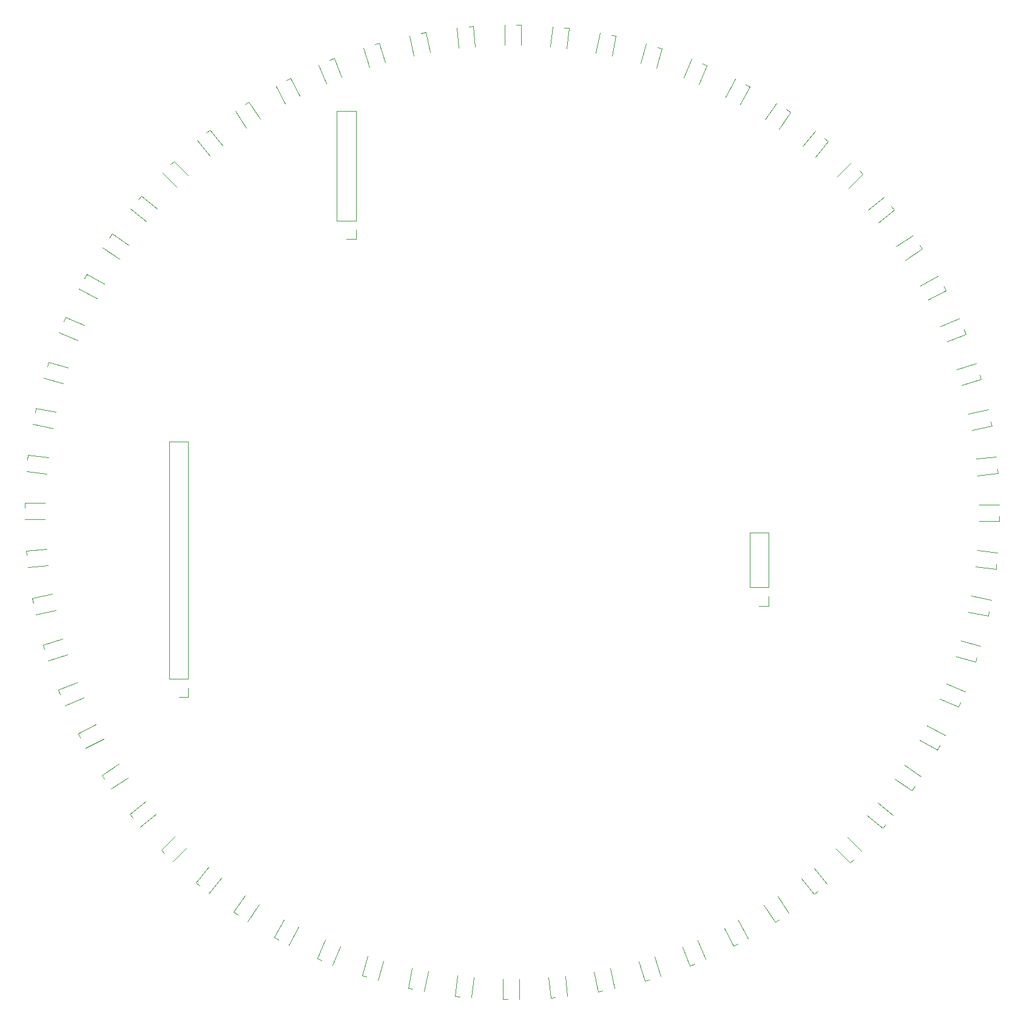
<source format=gbr>
%TF.GenerationSoftware,KiCad,Pcbnew,7.0.11*%
%TF.CreationDate,2025-03-06T22:48:18+09:00*%
%TF.ProjectId,IO,494f2e6b-6963-4616-945f-706362585858,rev?*%
%TF.SameCoordinates,Original*%
%TF.FileFunction,Legend,Top*%
%TF.FilePolarity,Positive*%
%FSLAX46Y46*%
G04 Gerber Fmt 4.6, Leading zero omitted, Abs format (unit mm)*
G04 Created by KiCad (PCBNEW 7.0.11) date 2025-03-06 22:48:18*
%MOMM*%
%LPD*%
G01*
G04 APERTURE LIST*
%ADD10C,0.120000*%
G04 APERTURE END LIST*
D10*
%TO.C,D23*%
X76840896Y-75043494D02*
X76714087Y-75681004D01*
X76840896Y-75043494D02*
X79626326Y-75597550D01*
X76392188Y-77299300D02*
X79177618Y-77853356D01*
%TO.C,D42*%
X208714775Y-71031097D02*
X208526090Y-70409086D01*
X208714775Y-71031097D02*
X205997064Y-71855506D01*
X208047120Y-68830134D02*
X205329409Y-69654543D01*
%TO.C,D40*%
X118433317Y-26249839D02*
X117832795Y-26498583D01*
X118433317Y-26249839D02*
X119520138Y-28873657D01*
X116308394Y-27130011D02*
X117395215Y-29753829D01*
%TO.C,J3*%
X179110000Y-102690000D02*
X177780000Y-102690000D01*
X179110000Y-101360000D02*
X179110000Y-102690000D01*
X179110000Y-100090000D02*
X179110000Y-92410000D01*
X179110000Y-100090000D02*
X176450000Y-100090000D01*
X179110000Y-92410000D02*
X176450000Y-92410000D01*
X176450000Y-100090000D02*
X176450000Y-92410000D01*
%TO.C,D59*%
X195034706Y-133669793D02*
X195447061Y-133167337D01*
X195034706Y-133669793D02*
X192839356Y-131868117D01*
X196493810Y-131891869D02*
X194298460Y-130090193D01*
%TO.C,D24*%
X106560787Y-32313621D02*
X106020332Y-32674742D01*
X106560787Y-32313621D02*
X108138607Y-34674995D01*
X104648407Y-33591433D02*
X106226227Y-35952807D01*
%TO.C,D61*%
X99164207Y-141307983D02*
X99666663Y-141720338D01*
X99164207Y-141307983D02*
X100965883Y-139112633D01*
X100942131Y-142767087D02*
X102743807Y-140571737D01*
%TO.C,D63*%
X91526019Y-45437487D02*
X91113664Y-45939943D01*
X91526019Y-45437487D02*
X93721369Y-47239163D01*
X90066915Y-47215411D02*
X92262265Y-49017087D01*
%TO.C,D6*%
X94303826Y-136734632D02*
X94763445Y-137194251D01*
X94303826Y-136734632D02*
X96312009Y-134726449D01*
X95930171Y-138360977D02*
X97938354Y-136352794D01*
%TO.C,D58*%
X211071040Y-84152624D02*
X211007329Y-83505754D01*
X211071040Y-84152624D02*
X208244715Y-84430993D01*
X210845601Y-81863699D02*
X208019276Y-82142068D01*
%TO.C,D52*%
X155300017Y-156488497D02*
X155937528Y-156361688D01*
X155300017Y-156488497D02*
X154745961Y-153703067D01*
X157555823Y-156039789D02*
X157001767Y-153254359D01*
%TO.C,D64*%
X137879346Y-21762963D02*
X137232476Y-21826674D01*
X137879346Y-21762963D02*
X138157715Y-24589288D01*
X135590421Y-21988402D02*
X135868790Y-24814727D01*
%TO.C,D49*%
X182111270Y-33724369D02*
X181570815Y-33363248D01*
X182111270Y-33724369D02*
X180533450Y-36085743D01*
X180198890Y-32446557D02*
X178621070Y-34807931D01*
%TO.C,D9*%
X151208429Y-22011854D02*
X150561559Y-21948143D01*
X151208429Y-22011854D02*
X150930060Y-24838179D01*
X148919504Y-21786415D02*
X148641135Y-24612740D01*
%TO.C,D11*%
X210822148Y-97481709D02*
X210885859Y-96834839D01*
X210822148Y-97481709D02*
X207995823Y-97203340D01*
X211047587Y-95192784D02*
X208221262Y-94914415D01*
%TO.C,D1*%
X144550000Y-21560000D02*
X143900000Y-21560000D01*
X144550000Y-21560000D02*
X144550000Y-24400000D01*
X142250000Y-21560000D02*
X142250000Y-24400000D01*
%TO.C,D44*%
X161802903Y-154988055D02*
X162424914Y-154799370D01*
X161802903Y-154988055D02*
X160978494Y-152270344D01*
X164003866Y-154320400D02*
X163179457Y-151602689D01*
%TO.C,D39*%
X80948301Y-62360605D02*
X80699557Y-62961127D01*
X80948301Y-62360605D02*
X83572119Y-63447426D01*
X80068129Y-64485528D02*
X82691947Y-65572349D01*
%TO.C,D41*%
X176452063Y-30187107D02*
X175878814Y-29880699D01*
X176452063Y-30187107D02*
X175113296Y-32691763D01*
X174423644Y-29102895D02*
X173084877Y-31607551D01*
%TO.C,D56*%
X131260705Y-22618786D02*
X130623194Y-22745595D01*
X131260705Y-22618786D02*
X131814761Y-25404216D01*
X129004899Y-23067494D02*
X129558955Y-25852924D01*
%TO.C,D18*%
X200520380Y-52834064D02*
X200159259Y-52293609D01*
X200520380Y-52834064D02*
X198159006Y-54411884D01*
X199242568Y-50921684D02*
X196881194Y-52499504D01*
%TO.C,D20*%
X179999937Y-146793661D02*
X180540392Y-146432540D01*
X179999937Y-146793661D02*
X178422117Y-144432287D01*
X181912317Y-145515849D02*
X180334497Y-143154475D01*
%TO.C,D28*%
X174212619Y-150117182D02*
X174785868Y-149810775D01*
X174212619Y-150117182D02*
X172873852Y-147612526D01*
X176241038Y-149032970D02*
X174902271Y-146528314D01*
%TO.C,D38*%
X79976559Y-114400684D02*
X80225303Y-115001206D01*
X79976559Y-114400684D02*
X82600377Y-113313863D01*
X80856731Y-116525607D02*
X83480549Y-115438786D01*
%TO.C,J1*%
X98110000Y-115400000D02*
X96780000Y-115400000D01*
X98110000Y-114070000D02*
X98110000Y-115400000D01*
X98110000Y-112800000D02*
X98110000Y-79720000D01*
X98110000Y-112800000D02*
X95450000Y-112800000D01*
X98110000Y-79720000D02*
X95450000Y-79720000D01*
X95450000Y-112800000D02*
X95450000Y-79720000D01*
%TO.C,D51*%
X199109633Y-128384550D02*
X199470754Y-127844095D01*
X199109633Y-128384550D02*
X196748259Y-126806730D01*
X200387445Y-126472170D02*
X198026071Y-124894350D01*
%TO.C,D50*%
X210215217Y-77533983D02*
X210088408Y-76896472D01*
X210215217Y-77533983D02*
X207429787Y-78088039D01*
X209766509Y-75278177D02*
X206981079Y-75832233D01*
%TO.C,D25*%
X164232842Y-24856340D02*
X163610830Y-24667655D01*
X164232842Y-24856340D02*
X163408433Y-27574051D01*
X162031879Y-24188685D02*
X161207470Y-26906396D01*
%TO.C,D57*%
X187396513Y-37799296D02*
X186894057Y-37386941D01*
X187396513Y-37799296D02*
X185594837Y-39994646D01*
X185618589Y-36340192D02*
X183816913Y-38535542D01*
%TO.C,D62*%
X75489683Y-94954655D02*
X75553394Y-95601525D01*
X75489683Y-94954655D02*
X78316008Y-94676286D01*
X75715122Y-97243580D02*
X78541447Y-96965211D01*
%TO.C,D34*%
X206584163Y-64706594D02*
X206335419Y-64106072D01*
X206584163Y-64706594D02*
X203960345Y-65793415D01*
X205703991Y-62581671D02*
X203080173Y-63668492D01*
%TO.C,D60*%
X148681376Y-157344320D02*
X149328246Y-157280609D01*
X148681376Y-157344320D02*
X148403007Y-154517995D01*
X150970301Y-157118881D02*
X150691932Y-154292556D01*
%TO.C,D35*%
X205612424Y-116746674D02*
X205861168Y-116146152D01*
X205612424Y-116746674D02*
X202988606Y-115659853D01*
X206492596Y-114621751D02*
X203868778Y-113534930D01*
%TO.C,D36*%
X168127406Y-152857444D02*
X168727928Y-152608700D01*
X168127406Y-152857444D02*
X167040585Y-150233626D01*
X170252329Y-151977272D02*
X169165508Y-149353454D01*
%TO.C,D15*%
X75738576Y-81625570D02*
X75674865Y-82272440D01*
X75738576Y-81625570D02*
X78564901Y-81903939D01*
X75513137Y-83914495D02*
X78339462Y-84192864D01*
%TO.C,D7*%
X75286722Y-88283999D02*
X75286722Y-88933999D01*
X75286722Y-88283999D02*
X78126722Y-88283999D01*
X75286722Y-90583999D02*
X78126722Y-90583999D01*
%TO.C,D45*%
X110108657Y-148920173D02*
X110681906Y-149226581D01*
X110108657Y-148920173D02*
X111447424Y-146415517D01*
X112137076Y-150004385D02*
X113475843Y-147499729D01*
%TO.C,J5*%
X121500000Y-51490000D02*
X120170000Y-51490000D01*
X121500000Y-50160000D02*
X121500000Y-51490000D01*
X121500000Y-48890000D02*
X121500000Y-33590000D01*
X121500000Y-48890000D02*
X118840000Y-48890000D01*
X121500000Y-33590000D02*
X118840000Y-33590000D01*
X118840000Y-48890000D02*
X118840000Y-33590000D01*
%TO.C,D21*%
X128770215Y-155993107D02*
X129407725Y-156119916D01*
X128770215Y-155993107D02*
X129324271Y-153207677D01*
X131026021Y-156441815D02*
X131580077Y-153656385D01*
%TO.C,D55*%
X87451092Y-50722730D02*
X87089971Y-51263185D01*
X87451092Y-50722730D02*
X89812466Y-52300550D01*
X86173280Y-52635110D02*
X88534654Y-54212930D01*
%TO.C,D10*%
X196645605Y-47400377D02*
X196233249Y-46897920D01*
X196645605Y-47400377D02*
X194450255Y-49202053D01*
X195186501Y-45622453D02*
X192991151Y-47424129D01*
%TO.C,D30*%
X82716821Y-120485896D02*
X83023228Y-121059145D01*
X82716821Y-120485896D02*
X85221477Y-119147129D01*
X83801033Y-122514315D02*
X86305689Y-121175548D01*
%TO.C,D33*%
X170473394Y-27221578D02*
X169872872Y-26972834D01*
X170473394Y-27221578D02*
X169386573Y-29845396D01*
X168348471Y-26341406D02*
X167261650Y-28965224D01*
%TO.C,D5*%
X142010720Y-157547281D02*
X142660720Y-157547281D01*
X142010720Y-157547281D02*
X142010720Y-154707281D01*
X144310720Y-157547281D02*
X144310720Y-154707281D01*
%TO.C,D27*%
X207977662Y-110506122D02*
X208166347Y-109884110D01*
X207977662Y-110506122D02*
X205259951Y-109681713D01*
X208645317Y-108305159D02*
X205927606Y-107480750D01*
%TO.C,D31*%
X78583063Y-68601157D02*
X78394378Y-69223169D01*
X78583063Y-68601157D02*
X81300774Y-69425566D01*
X77915408Y-70802120D02*
X80633119Y-71626529D01*
%TO.C,D48*%
X124757820Y-24119228D02*
X124135809Y-24307913D01*
X124757820Y-24119228D02*
X125582229Y-26836939D01*
X122556857Y-24786883D02*
X123381266Y-27504594D01*
%TO.C,D13*%
X135352291Y-157095427D02*
X135999161Y-157159138D01*
X135352291Y-157095427D02*
X135630660Y-154269102D01*
X137641216Y-157320866D02*
X137919585Y-154494541D01*
%TO.C,D12*%
X185433625Y-142918886D02*
X185936082Y-142506530D01*
X185433625Y-142918886D02*
X183631949Y-140723536D01*
X187211549Y-141459782D02*
X185409873Y-139264432D01*
%TO.C,D53*%
X104449450Y-145382911D02*
X104989905Y-145744032D01*
X104449450Y-145382911D02*
X106027270Y-143021537D01*
X106361830Y-146660723D02*
X107939650Y-144299349D01*
%TO.C,D16*%
X101127100Y-36188395D02*
X100624643Y-36600751D01*
X101127100Y-36188395D02*
X102928776Y-38383745D01*
X99349176Y-37647499D02*
X101150852Y-39842849D01*
%TO.C,D8*%
X96099370Y-40577106D02*
X95639751Y-41036725D01*
X96099370Y-40577106D02*
X98107553Y-42585289D01*
X94473025Y-42203451D02*
X96481208Y-44211634D01*
%TO.C,D29*%
X122327878Y-154250940D02*
X122949890Y-154439625D01*
X122327878Y-154250940D02*
X123152287Y-151533229D01*
X124528841Y-154918595D02*
X125353250Y-152200884D01*
%TO.C,D14*%
X89915115Y-131706902D02*
X90327471Y-132209359D01*
X89915115Y-131706902D02*
X92110465Y-129905226D01*
X91374219Y-133484826D02*
X93569569Y-131683150D01*
%TO.C,D26*%
X203843901Y-58621382D02*
X203537494Y-58048133D01*
X203843901Y-58621382D02*
X201339245Y-59960149D01*
X202759689Y-56592963D02*
X200255033Y-57931730D01*
%TO.C,D3*%
X211274002Y-90823280D02*
X211274002Y-90173280D01*
X211274002Y-90823280D02*
X208434002Y-90823280D01*
X211274002Y-88523280D02*
X208434002Y-88523280D01*
%TO.C,D17*%
X157790505Y-23114173D02*
X157152995Y-22987364D01*
X157790505Y-23114173D02*
X157236449Y-25899603D01*
X155534699Y-22665465D02*
X154980643Y-25450895D01*
%TO.C,D19*%
X209719829Y-104063785D02*
X209846638Y-103426275D01*
X209719829Y-104063785D02*
X206934399Y-103509729D01*
X210168537Y-101807979D02*
X207383107Y-101253923D01*
%TO.C,D46*%
X77845948Y-108076181D02*
X78034633Y-108698192D01*
X77845948Y-108076181D02*
X80563659Y-107251772D01*
X78513603Y-110277144D02*
X81231314Y-109452735D01*
%TO.C,D37*%
X116087326Y-151885702D02*
X116687848Y-152134446D01*
X116087326Y-151885702D02*
X117174147Y-149261884D01*
X118212249Y-152765874D02*
X119299070Y-150142056D01*
%TO.C,D2*%
X192256894Y-42372647D02*
X191797275Y-41913028D01*
X192256894Y-42372647D02*
X190248711Y-44380830D01*
X190630549Y-40746302D02*
X188622366Y-42754485D01*
%TO.C,D54*%
X76345506Y-101573296D02*
X76472315Y-102210807D01*
X76345506Y-101573296D02*
X79130936Y-101019240D01*
X76794214Y-103829102D02*
X79579644Y-103275046D01*
%TO.C,D32*%
X112348105Y-28990101D02*
X111774856Y-29296508D01*
X112348105Y-28990101D02*
X113686872Y-31494757D01*
X110319686Y-30074313D02*
X111658453Y-32578969D01*
%TO.C,D47*%
X83913830Y-56381937D02*
X83607422Y-56955186D01*
X83913830Y-56381937D02*
X86418486Y-57720704D01*
X82829618Y-58410356D02*
X85334274Y-59749123D01*
%TO.C,D22*%
X86040341Y-126273214D02*
X86401462Y-126813669D01*
X86040341Y-126273214D02*
X88401715Y-124695394D01*
X87318153Y-128185594D02*
X89679527Y-126607774D01*
%TO.C,D4*%
X190461355Y-138530175D02*
X190920974Y-138070556D01*
X190461355Y-138530175D02*
X188453172Y-136521992D01*
X192087700Y-136903830D02*
X190079517Y-134895647D01*
%TO.C,D43*%
X202646895Y-122725343D02*
X202953303Y-122152094D01*
X202646895Y-122725343D02*
X200142239Y-121386576D01*
X203731107Y-120696924D02*
X201226451Y-119358157D01*
%TD*%
M02*

</source>
